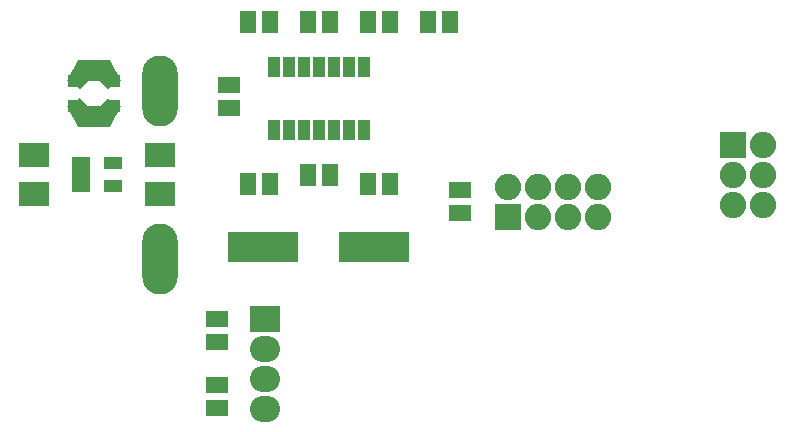
<source format=gts>
%FSLAX34Y34*%
G04 Gerber Fmt 3.4, Leading zero omitted, Abs format*
G04 (created by PCBNEW (2014-03-23 BZR 4768)-product) date Wed 26 Mar 2014 09:50:02 PM CET*
%MOIN*%
G01*
G70*
G90*
G04 APERTURE LIST*
%ADD10C,0.006000*%
%ADD11O,0.118425X0.236535*%
%ADD12R,0.100000X0.080000*%
%ADD13R,0.075000X0.055000*%
%ADD14R,0.055000X0.075000*%
%ADD15R,0.040000X0.065000*%
%ADD16R,0.051496X0.043622*%
%ADD17R,0.061339X0.043622*%
%ADD18R,0.236500X0.098700*%
%ADD19R,0.100000X0.088000*%
%ADD20O,0.100000X0.088000*%
%ADD21R,0.088000X0.088000*%
%ADD22O,0.088000X0.088000*%
G04 APERTURE END LIST*
G54D10*
G54D11*
X50500Y-31400D03*
X50500Y-37000D03*
G54D12*
X46300Y-33550D03*
X46300Y-34850D03*
X50500Y-33550D03*
X50500Y-34850D03*
G54D13*
X52800Y-31975D03*
X52800Y-31225D03*
G54D14*
X58175Y-29100D03*
X57425Y-29100D03*
X58175Y-34500D03*
X57425Y-34500D03*
X53425Y-34500D03*
X54175Y-34500D03*
G54D13*
X60500Y-34725D03*
X60500Y-35475D03*
X52400Y-41975D03*
X52400Y-41225D03*
G54D15*
X54300Y-32700D03*
X54800Y-32700D03*
X55300Y-32700D03*
X55800Y-32700D03*
X56300Y-32700D03*
X56800Y-32700D03*
X57300Y-32700D03*
X57300Y-30600D03*
X56800Y-30600D03*
X56300Y-30600D03*
X55800Y-30600D03*
X55300Y-30600D03*
X54800Y-30600D03*
X54300Y-30600D03*
G54D10*
G36*
X48833Y-32603D02*
X47766Y-32603D01*
X47412Y-31931D01*
X49187Y-31931D01*
X48833Y-32603D01*
X48833Y-32603D01*
G37*
G36*
X49187Y-31068D02*
X47412Y-31068D01*
X47766Y-30396D01*
X48833Y-30396D01*
X49187Y-31068D01*
X49187Y-31068D01*
G37*
G54D16*
X47670Y-31913D03*
X48929Y-31913D03*
X47670Y-31086D03*
X48929Y-31086D03*
G54D10*
G36*
X48205Y-32031D02*
X47827Y-32409D01*
X47449Y-32031D01*
X47827Y-31653D01*
X48205Y-32031D01*
X48205Y-32031D01*
G37*
G36*
X49150Y-32031D02*
X48772Y-32409D01*
X48394Y-32031D01*
X48772Y-31653D01*
X49150Y-32031D01*
X49150Y-32031D01*
G37*
G36*
X48205Y-30968D02*
X47827Y-31346D01*
X47449Y-30968D01*
X47827Y-30590D01*
X48205Y-30968D01*
X48205Y-30968D01*
G37*
G36*
X49150Y-30968D02*
X48772Y-31346D01*
X48394Y-30968D01*
X48772Y-30590D01*
X49150Y-30968D01*
X49150Y-30968D01*
G37*
G54D14*
X60175Y-29100D03*
X59425Y-29100D03*
X55425Y-34200D03*
X56175Y-34200D03*
G54D13*
X52400Y-39775D03*
X52400Y-39025D03*
G54D17*
X47868Y-33825D03*
X47868Y-34200D03*
X47868Y-34574D03*
X48931Y-34574D03*
X48931Y-33825D03*
G54D18*
X57650Y-36600D03*
X53950Y-36600D03*
G54D14*
X55425Y-29100D03*
X56175Y-29100D03*
G54D19*
X54000Y-39000D03*
G54D20*
X54000Y-40000D03*
X54000Y-41000D03*
X54000Y-42000D03*
G54D21*
X69600Y-33200D03*
G54D22*
X69600Y-34200D03*
X69600Y-35200D03*
X70600Y-35200D03*
X70600Y-34200D03*
X70600Y-33200D03*
G54D14*
X54175Y-29100D03*
X53425Y-29100D03*
G54D21*
X62100Y-35600D03*
G54D22*
X63100Y-35600D03*
X64100Y-35600D03*
X65100Y-35600D03*
X65100Y-34600D03*
X64100Y-34600D03*
X63100Y-34600D03*
X62100Y-34600D03*
M02*

</source>
